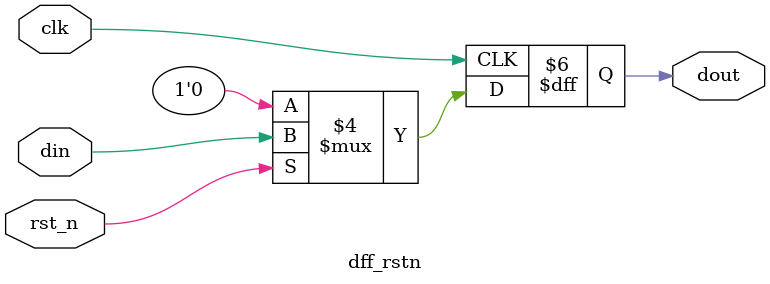
<source format=v>

module dff_rstn
    (
    clk,
    rst_n,
    din,
    dout
    );

//------------------------------------------------------------------------------
//Parameters
parameter DW = 1'b1;
//------------------------------------------------------------------------------
// Port declarations
input               clk;
input               rst_n;
input [DW-1:0]	    din;
output [DW-1:0]	    dout;
//------------------------------------------------------------------------------
//internal signal
reg  [DW-1:0]	    dout;
//------------------------------------------------------------------------------
// FF
always @ (posedge clk)
    begin
    if(!rst_n)
        dout <= {DW{1'b0}};
    else
        dout <= din;
    end

endmodule 


</source>
